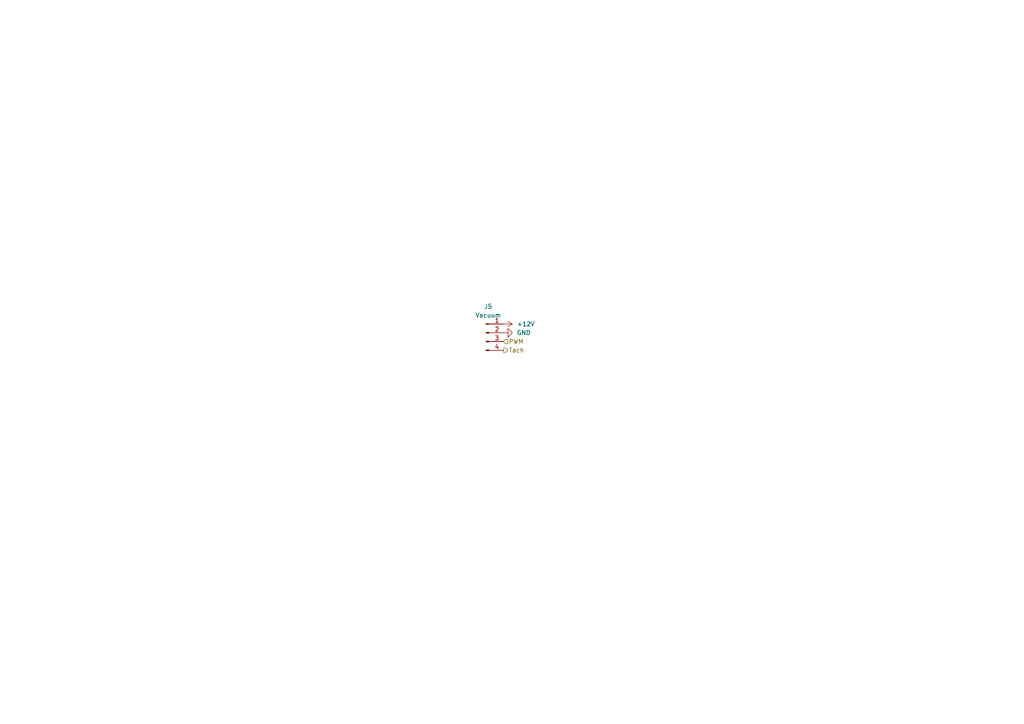
<source format=kicad_sch>
(kicad_sch
	(version 20231120)
	(generator "eeschema")
	(generator_version "8.0")
	(uuid "7fa45d5b-bbb6-4a2c-b0af-9ca723f13c49")
	(paper "A4")
	(title_block
		(title "Vacuum Connector")
		(date "2024-07-20")
		(rev "v0.1")
		(company "Karl Wünsche")
	)
	(lib_symbols
		(symbol "Connector:Conn_01x04_Pin"
			(pin_names
				(offset 1.016) hide)
			(exclude_from_sim no)
			(in_bom yes)
			(on_board yes)
			(property "Reference" "J"
				(at 0 5.08 0)
				(effects
					(font
						(size 1.27 1.27)
					)
				)
			)
			(property "Value" "Conn_01x04_Pin"
				(at 0 -7.62 0)
				(effects
					(font
						(size 1.27 1.27)
					)
				)
			)
			(property "Footprint" ""
				(at 0 0 0)
				(effects
					(font
						(size 1.27 1.27)
					)
					(hide yes)
				)
			)
			(property "Datasheet" "~"
				(at 0 0 0)
				(effects
					(font
						(size 1.27 1.27)
					)
					(hide yes)
				)
			)
			(property "Description" "Generic connector, single row, 01x04, script generated"
				(at 0 0 0)
				(effects
					(font
						(size 1.27 1.27)
					)
					(hide yes)
				)
			)
			(property "ki_locked" ""
				(at 0 0 0)
				(effects
					(font
						(size 1.27 1.27)
					)
				)
			)
			(property "ki_keywords" "connector"
				(at 0 0 0)
				(effects
					(font
						(size 1.27 1.27)
					)
					(hide yes)
				)
			)
			(property "ki_fp_filters" "Connector*:*_1x??_*"
				(at 0 0 0)
				(effects
					(font
						(size 1.27 1.27)
					)
					(hide yes)
				)
			)
			(symbol "Conn_01x04_Pin_1_1"
				(polyline
					(pts
						(xy 1.27 -5.08) (xy 0.8636 -5.08)
					)
					(stroke
						(width 0.1524)
						(type default)
					)
					(fill
						(type none)
					)
				)
				(polyline
					(pts
						(xy 1.27 -2.54) (xy 0.8636 -2.54)
					)
					(stroke
						(width 0.1524)
						(type default)
					)
					(fill
						(type none)
					)
				)
				(polyline
					(pts
						(xy 1.27 0) (xy 0.8636 0)
					)
					(stroke
						(width 0.1524)
						(type default)
					)
					(fill
						(type none)
					)
				)
				(polyline
					(pts
						(xy 1.27 2.54) (xy 0.8636 2.54)
					)
					(stroke
						(width 0.1524)
						(type default)
					)
					(fill
						(type none)
					)
				)
				(rectangle
					(start 0.8636 -4.953)
					(end 0 -5.207)
					(stroke
						(width 0.1524)
						(type default)
					)
					(fill
						(type outline)
					)
				)
				(rectangle
					(start 0.8636 -2.413)
					(end 0 -2.667)
					(stroke
						(width 0.1524)
						(type default)
					)
					(fill
						(type outline)
					)
				)
				(rectangle
					(start 0.8636 0.127)
					(end 0 -0.127)
					(stroke
						(width 0.1524)
						(type default)
					)
					(fill
						(type outline)
					)
				)
				(rectangle
					(start 0.8636 2.667)
					(end 0 2.413)
					(stroke
						(width 0.1524)
						(type default)
					)
					(fill
						(type outline)
					)
				)
				(pin passive line
					(at 5.08 2.54 180)
					(length 3.81)
					(name "Pin_1"
						(effects
							(font
								(size 1.27 1.27)
							)
						)
					)
					(number "1"
						(effects
							(font
								(size 1.27 1.27)
							)
						)
					)
				)
				(pin passive line
					(at 5.08 0 180)
					(length 3.81)
					(name "Pin_2"
						(effects
							(font
								(size 1.27 1.27)
							)
						)
					)
					(number "2"
						(effects
							(font
								(size 1.27 1.27)
							)
						)
					)
				)
				(pin passive line
					(at 5.08 -2.54 180)
					(length 3.81)
					(name "Pin_3"
						(effects
							(font
								(size 1.27 1.27)
							)
						)
					)
					(number "3"
						(effects
							(font
								(size 1.27 1.27)
							)
						)
					)
				)
				(pin passive line
					(at 5.08 -5.08 180)
					(length 3.81)
					(name "Pin_4"
						(effects
							(font
								(size 1.27 1.27)
							)
						)
					)
					(number "4"
						(effects
							(font
								(size 1.27 1.27)
							)
						)
					)
				)
			)
		)
		(symbol "power:+12V"
			(power)
			(pin_numbers hide)
			(pin_names
				(offset 0) hide)
			(exclude_from_sim no)
			(in_bom yes)
			(on_board yes)
			(property "Reference" "#PWR"
				(at 0 -3.81 0)
				(effects
					(font
						(size 1.27 1.27)
					)
					(hide yes)
				)
			)
			(property "Value" "+12V"
				(at 0 3.556 0)
				(effects
					(font
						(size 1.27 1.27)
					)
				)
			)
			(property "Footprint" ""
				(at 0 0 0)
				(effects
					(font
						(size 1.27 1.27)
					)
					(hide yes)
				)
			)
			(property "Datasheet" ""
				(at 0 0 0)
				(effects
					(font
						(size 1.27 1.27)
					)
					(hide yes)
				)
			)
			(property "Description" "Power symbol creates a global label with name \"+12V\""
				(at 0 0 0)
				(effects
					(font
						(size 1.27 1.27)
					)
					(hide yes)
				)
			)
			(property "ki_keywords" "global power"
				(at 0 0 0)
				(effects
					(font
						(size 1.27 1.27)
					)
					(hide yes)
				)
			)
			(symbol "+12V_0_1"
				(polyline
					(pts
						(xy -0.762 1.27) (xy 0 2.54)
					)
					(stroke
						(width 0)
						(type default)
					)
					(fill
						(type none)
					)
				)
				(polyline
					(pts
						(xy 0 0) (xy 0 2.54)
					)
					(stroke
						(width 0)
						(type default)
					)
					(fill
						(type none)
					)
				)
				(polyline
					(pts
						(xy 0 2.54) (xy 0.762 1.27)
					)
					(stroke
						(width 0)
						(type default)
					)
					(fill
						(type none)
					)
				)
			)
			(symbol "+12V_1_1"
				(pin power_in line
					(at 0 0 90)
					(length 0)
					(name "~"
						(effects
							(font
								(size 1.27 1.27)
							)
						)
					)
					(number "1"
						(effects
							(font
								(size 1.27 1.27)
							)
						)
					)
				)
			)
		)
		(symbol "power:GND"
			(power)
			(pin_numbers hide)
			(pin_names
				(offset 0) hide)
			(exclude_from_sim no)
			(in_bom yes)
			(on_board yes)
			(property "Reference" "#PWR"
				(at 0 -6.35 0)
				(effects
					(font
						(size 1.27 1.27)
					)
					(hide yes)
				)
			)
			(property "Value" "GND"
				(at 0 -3.81 0)
				(effects
					(font
						(size 1.27 1.27)
					)
				)
			)
			(property "Footprint" ""
				(at 0 0 0)
				(effects
					(font
						(size 1.27 1.27)
					)
					(hide yes)
				)
			)
			(property "Datasheet" ""
				(at 0 0 0)
				(effects
					(font
						(size 1.27 1.27)
					)
					(hide yes)
				)
			)
			(property "Description" "Power symbol creates a global label with name \"GND\" , ground"
				(at 0 0 0)
				(effects
					(font
						(size 1.27 1.27)
					)
					(hide yes)
				)
			)
			(property "ki_keywords" "global power"
				(at 0 0 0)
				(effects
					(font
						(size 1.27 1.27)
					)
					(hide yes)
				)
			)
			(symbol "GND_0_1"
				(polyline
					(pts
						(xy 0 0) (xy 0 -1.27) (xy 1.27 -1.27) (xy 0 -2.54) (xy -1.27 -1.27) (xy 0 -1.27)
					)
					(stroke
						(width 0)
						(type default)
					)
					(fill
						(type none)
					)
				)
			)
			(symbol "GND_1_1"
				(pin power_in line
					(at 0 0 270)
					(length 0)
					(name "~"
						(effects
							(font
								(size 1.27 1.27)
							)
						)
					)
					(number "1"
						(effects
							(font
								(size 1.27 1.27)
							)
						)
					)
				)
			)
		)
	)
	(hierarchical_label "Tach"
		(shape output)
		(at 146.05 101.6 0)
		(fields_autoplaced yes)
		(effects
			(font
				(size 1.27 1.27)
			)
			(justify left)
		)
		(uuid "9a1f2542-c643-459d-ba3d-e44898e59d9d")
	)
	(hierarchical_label "PWM"
		(shape input)
		(at 146.05 99.06 0)
		(fields_autoplaced yes)
		(effects
			(font
				(size 1.27 1.27)
			)
			(justify left)
		)
		(uuid "c950ba14-2097-4f54-b805-e3507268dcaa")
	)
	(symbol
		(lib_id "power:+12V")
		(at 146.05 93.98 270)
		(unit 1)
		(exclude_from_sim no)
		(in_bom yes)
		(on_board yes)
		(dnp no)
		(fields_autoplaced yes)
		(uuid "a8442ea0-c76d-4d69-b314-c9215db584e8")
		(property "Reference" "#PWR012"
			(at 142.24 93.98 0)
			(effects
				(font
					(size 1.27 1.27)
				)
				(hide yes)
			)
		)
		(property "Value" "+12V"
			(at 149.86 93.9799 90)
			(effects
				(font
					(size 1.27 1.27)
				)
				(justify left)
			)
		)
		(property "Footprint" ""
			(at 146.05 93.98 0)
			(effects
				(font
					(size 1.27 1.27)
				)
				(hide yes)
			)
		)
		(property "Datasheet" ""
			(at 146.05 93.98 0)
			(effects
				(font
					(size 1.27 1.27)
				)
				(hide yes)
			)
		)
		(property "Description" "Power symbol creates a global label with name \"+12V\""
			(at 146.05 93.98 0)
			(effects
				(font
					(size 1.27 1.27)
				)
				(hide yes)
			)
		)
		(pin "1"
			(uuid "88d372db-924f-4a2d-8bb4-23cc8738dd50")
		)
		(instances
			(project ""
				(path "/51937001-9622-40ac-b790-90fb4ff028f7/96a8e94a-eec8-4898-b777-b4d618897bf6"
					(reference "#PWR012")
					(unit 1)
				)
			)
		)
	)
	(symbol
		(lib_id "power:GND")
		(at 146.05 96.52 90)
		(unit 1)
		(exclude_from_sim no)
		(in_bom yes)
		(on_board yes)
		(dnp no)
		(fields_autoplaced yes)
		(uuid "b3f9cce7-d250-44fa-89ed-bae1da5ec220")
		(property "Reference" "#PWR013"
			(at 152.4 96.52 0)
			(effects
				(font
					(size 1.27 1.27)
				)
				(hide yes)
			)
		)
		(property "Value" "GND"
			(at 149.86 96.5199 90)
			(effects
				(font
					(size 1.27 1.27)
				)
				(justify right)
			)
		)
		(property "Footprint" ""
			(at 146.05 96.52 0)
			(effects
				(font
					(size 1.27 1.27)
				)
				(hide yes)
			)
		)
		(property "Datasheet" ""
			(at 146.05 96.52 0)
			(effects
				(font
					(size 1.27 1.27)
				)
				(hide yes)
			)
		)
		(property "Description" "Power symbol creates a global label with name \"GND\" , ground"
			(at 146.05 96.52 0)
			(effects
				(font
					(size 1.27 1.27)
				)
				(hide yes)
			)
		)
		(pin "1"
			(uuid "1e02b434-e9fa-4814-893f-71cbc78e60d8")
		)
		(instances
			(project ""
				(path "/51937001-9622-40ac-b790-90fb4ff028f7/96a8e94a-eec8-4898-b777-b4d618897bf6"
					(reference "#PWR013")
					(unit 1)
				)
			)
		)
	)
	(symbol
		(lib_id "Connector:Conn_01x04_Pin")
		(at 140.97 96.52 0)
		(unit 1)
		(exclude_from_sim no)
		(in_bom yes)
		(on_board yes)
		(dnp no)
		(fields_autoplaced yes)
		(uuid "e506986c-ed85-413f-af5a-f12d70679f28")
		(property "Reference" "J5"
			(at 141.605 88.9 0)
			(effects
				(font
					(size 1.27 1.27)
				)
			)
		)
		(property "Value" "Vacuum"
			(at 141.605 91.44 0)
			(effects
				(font
					(size 1.27 1.27)
				)
			)
		)
		(property "Footprint" "Connector_JST:JST_PH_B4B-PH-K_1x04_P2.00mm_Vertical"
			(at 140.97 96.52 0)
			(effects
				(font
					(size 1.27 1.27)
				)
				(hide yes)
			)
		)
		(property "Datasheet" "~"
			(at 140.97 96.52 0)
			(effects
				(font
					(size 1.27 1.27)
				)
				(hide yes)
			)
		)
		(property "Description" "Generic connector, single row, 01x04, script generated"
			(at 140.97 96.52 0)
			(effects
				(font
					(size 1.27 1.27)
				)
				(hide yes)
			)
		)
		(pin "2"
			(uuid "991ed818-5a23-4a05-8c9b-7fb729a60680")
		)
		(pin "1"
			(uuid "b7994611-d1e9-4543-af84-838f5fdb0f86")
		)
		(pin "4"
			(uuid "ec990cd4-b41a-4c9a-ad1d-12b964423e25")
		)
		(pin "3"
			(uuid "d5bcd415-0ad6-4675-bc6a-bba4467439c9")
		)
		(instances
			(project ""
				(path "/51937001-9622-40ac-b790-90fb4ff028f7/96a8e94a-eec8-4898-b777-b4d618897bf6"
					(reference "J5")
					(unit 1)
				)
			)
		)
	)
)

</source>
